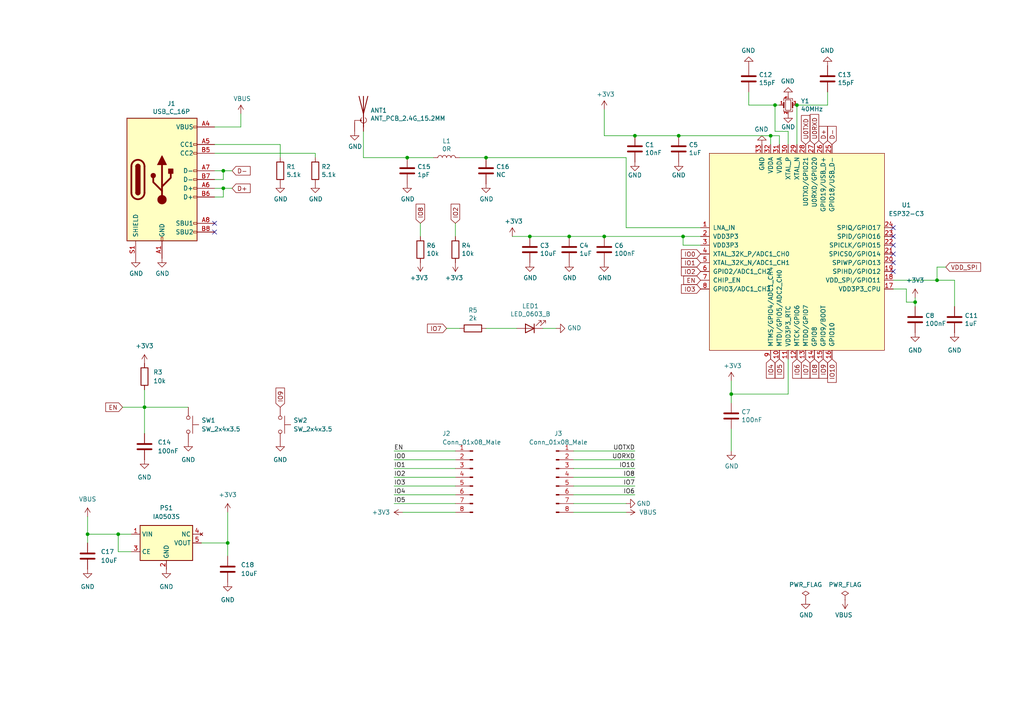
<source format=kicad_sch>
(kicad_sch (version 20211123) (generator eeschema)
  (paper "A4")
  (lib_symbols
    (symbol "Connector:Conn_01x08_Male" (pin_names (offset 1.016) hide)
      (property "Reference" "J" (at 0 10.16 0))
      (property "Value" "Conn_01x08_Male" (at 0 -12.7 0))
      (symbol "Conn_01x08_Male_1_1"
        (polyline (pts (xy 1.27 -10.16) (xy 0.8636 -10.16)) (stroke (width 0.1524)))
        (polyline (pts (xy 1.27 -7.62) (xy 0.8636 -7.62)) (stroke (width 0.1524)))
        (polyline (pts (xy 1.27 -5.08) (xy 0.8636 -5.08)) (stroke (width 0.1524)))
        (polyline (pts (xy 1.27 -2.54) (xy 0.8636 -2.54)) (stroke (width 0.1524)))
        (polyline (pts (xy 1.27 0) (xy 0.8636 0)) (stroke (width 0.1524)))
        (polyline (pts (xy 1.27 2.54) (xy 0.8636 2.54)) (stroke (width 0.1524)))
        (polyline (pts (xy 1.27 5.08) (xy 0.8636 5.08)) (stroke (width 0.1524)))
        (polyline (pts (xy 1.27 7.62) (xy 0.8636 7.62)) (stroke (width 0.1524)))
        (rectangle (start 0.8636 -10.033) (end 0 -10.287) (stroke (width 0.1524)) (fill (type outline)))
        (rectangle (start 0.8636 -7.493) (end 0 -7.747) (stroke (width 0.1524)) (fill (type outline)))
        (rectangle (start 0.8636 -4.953) (end 0 -5.207) (stroke (width 0.1524)) (fill (type outline)))
        (rectangle (start 0.8636 -2.413) (end 0 -2.667) (stroke (width 0.1524)) (fill (type outline)))
        (rectangle (start 0.8636 0.127) (end 0 -0.127) (stroke (width 0.1524)) (fill (type outline)))
        (rectangle (start 0.8636 2.667) (end 0 2.413) (stroke (width 0.1524)) (fill (type outline)))
        (rectangle (start 0.8636 5.207) (end 0 4.953) (stroke (width 0.1524)) (fill (type outline)))
        (rectangle (start 0.8636 7.747) (end 0 7.493) (stroke (width 0.1524)) (fill (type outline)))
        (pin passive line (at 5.08 7.62 180) (length 3.81) (name "Pin_1") (number "1"))
        (pin passive line (at 5.08 5.08 180) (length 3.81) (name "Pin_2") (number "2"))
        (pin passive line (at 5.08 2.54 180) (length 3.81) (name "Pin_3") (number "3"))
        (pin passive line (at 5.08 0 180) (length 3.81) (name "Pin_4") (number "4"))
        (pin passive line (at 5.08 -2.54 180) (length 3.81) (name "Pin_5") (number "5"))
        (pin passive line (at 5.08 -5.08 180) (length 3.81) (name "Pin_6") (number "6"))
        (pin passive line (at 5.08 -7.62 180) (length 3.81) (name "Pin_7") (number "7"))
        (pin passive line (at 5.08 -10.16 180) (length 3.81) (name "Pin_8") (number "8"))
      )
    )
    (symbol "Connector:USB_C_Receptacle_USB2.0" (pin_names (offset 1.016))
      (property "Reference" "J" (at -10.16 19.05 0))
      (property "Value" "USB_C_Receptacle_USB2.0" (at 19.05 19.05 0))
      (symbol "USB_C_Receptacle_USB2.0_0_0"
        (rectangle (start -0.254 -17.78) (end 0.254 -16.764))
        (rectangle (start 10.16 -14.986) (end 9.144 -15.494))
        (rectangle (start 10.16 -12.446) (end 9.144 -12.954))
        (rectangle (start 10.16 -4.826) (end 9.144 -5.334))
        (rectangle (start 10.16 -2.286) (end 9.144 -2.794))
        (rectangle (start 10.16 0.254) (end 9.144 -0.254))
        (rectangle (start 10.16 2.794) (end 9.144 2.286))
        (rectangle (start 10.16 7.874) (end 9.144 7.366))
        (rectangle (start 10.16 10.414) (end 9.144 9.906))
        (rectangle (start 10.16 15.494) (end 9.144 14.986))
      )
      (symbol "USB_C_Receptacle_USB2.0_0_1"
        (rectangle (start -10.16 17.78) (end 10.16 -17.78) (stroke (width 0.254)) (fill (type background)))
        (arc (start -8.89 -3.81) (mid -6.985 -5.715) (end -5.08 -3.81) (stroke (width 0.508)))
        (arc (start -7.62 -3.81) (mid -6.985 -4.445) (end -6.35 -3.81) (stroke (width 0.254)))
        (arc (start -7.62 -3.81) (mid -6.985 -4.445) (end -6.35 -3.81) (stroke (width 0.254)) (fill (type outline)))
        (rectangle (start -7.62 -3.81) (end -6.35 3.81) (stroke (width 0.254)) (fill (type outline)))
        (arc (start -6.35 3.81) (mid -6.985 4.445) (end -7.62 3.81) (stroke (width 0.254)))
        (arc (start -6.35 3.81) (mid -6.985 4.445) (end -7.62 3.81) (stroke (width 0.254)) (fill (type outline)))
        (arc (start -5.08 3.81) (mid -6.985 5.715) (end -8.89 3.81) (stroke (width 0.508)))
        (circle (center -2.54 1.143) (radius 0.635) (stroke (width 0.254)) (fill (type outline)))
        (circle (center 0 -5.842) (radius 1.27) (fill (type outline)))
        (polyline (pts (xy -8.89 -3.81) (xy -8.89 3.81)) (stroke (width 0.508)))
        (polyline (pts (xy -5.08 3.81) (xy -5.08 -3.81)) (stroke (width 0.508)))
        (polyline (pts (xy 0 -5.842) (xy 0 4.318)) (stroke (width 0.508)))
        (polyline (pts (xy 0 -3.302) (xy -2.54 -0.762) (xy -2.54 0.508)) (stroke (width 0.508)))
        (polyline (pts (xy 0 -2.032) (xy 2.54 0.508) (xy 2.54 1.778)) (stroke (width 0.508)))
        (polyline (pts (xy -1.27 4.318) (xy 0 6.858) (xy 1.27 4.318) (xy -1.27 4.318)) (stroke (width 0.254)) (fill (type outline)))
        (rectangle (start 1.905 1.778) (end 3.175 3.048) (stroke (width 0.254)) (fill (type outline)))
      )
      (symbol "USB_C_Receptacle_USB2.0_1_1"
        (pin passive line (at 0 -22.86 90) (length 5.08) (name "GND") (number "A1"))
        (pin passive line (at 0 -22.86 90) (length 5.08) hide (name "GND") (number "A12"))
        (pin passive line (at 15.24 15.24 180) (length 5.08) (name "VBUS") (number "A4"))
        (pin bidirectional line (at 15.24 10.16 180) (length 5.08) (name "CC1") (number "A5"))
        (pin bidirectional line (at 15.24 -2.54 180) (length 5.08) (name "D+") (number "A6"))
        (pin bidirectional line (at 15.24 2.54 180) (length 5.08) (name "D-") (number "A7"))
        (pin bidirectional line (at 15.24 -12.7 180) (length 5.08) (name "SBU1") (number "A8"))
        (pin passive line (at 15.24 15.24 180) (length 5.08) hide (name "VBUS") (number "A9"))
        (pin passive line (at 0 -22.86 90) (length 5.08) hide (name "GND") (number "B1"))
        (pin passive line (at 0 -22.86 90) (length 5.08) hide (name "GND") (number "B12"))
        (pin passive line (at 15.24 15.24 180) (length 5.08) hide (name "VBUS") (number "B4"))
        (pin bidirectional line (at 15.24 7.62 180) (length 5.08) (name "CC2") (number "B5"))
        (pin bidirectional line (at 15.24 -5.08 180) (length 5.08) (name "D+") (number "B6"))
        (pin bidirectional line (at 15.24 0 180) (length 5.08) (name "D-") (number "B7"))
        (pin bidirectional line (at 15.24 -15.24 180) (length 5.08) (name "SBU2") (number "B8"))
        (pin passive line (at 15.24 15.24 180) (length 5.08) hide (name "VBUS") (number "B9"))
        (pin passive line (at -7.62 -22.86 90) (length 5.08) (name "SHIELD") (number "S1"))
      )
    )
    (symbol "Converter_DCDC:IA0503S"
      (property "Reference" "PS?" (at 0 10.16 0))
      (property "Value" "IA0503S" (at 0 7.62 0))
      (symbol "IA0503S_0_0"
        (pin power_in line (at -10.16 2.54 0) (length 2.54) (name "VIN") (number "1"))
        (pin power_in line (at 0 -7.62 90) (length 2.54) (name "GND") (number "2"))
        (pin power_in line (at -10.16 -2.54 0) (length 2.54) (name "CE") (number "3"))
        (pin no_connect line (at 10.16 2.54 180) (length 2.54) (name "NC") (number "4"))
        (pin power_out line (at 10.16 0 180) (length 2.54) (name "VOUT") (number "5"))
      )
      (symbol "IA0503S_0_1"
        (rectangle (start -7.62 5.08) (end 7.62 -5.08) (stroke (width 0.254)) (fill (type background)))
      )
    )
    (symbol "Device:Antenna_Shield" (pin_numbers hide) (pin_names (offset 1.016) hide)
      (property "Reference" "AE" (at -1.905 4.445 0))
      (property "Value" "Antenna_Shield" (at -1.905 2.54 0))
      (symbol "Antenna_Shield_0_1"
        (arc (start -0.508 -1.143) (mid -0.8429 -2.1194) (end 0 -2.667))
        (arc (start 0 -2.667) (mid 0.7989 -2.1052) (end 0.508 -1.143))
        (polyline (pts (xy 0 -2.54) (xy 0 0)))
        (polyline (pts (xy 0 5.08) (xy 0 -3.81)) (stroke (width 0.254)))
        (polyline (pts (xy 0.762 -1.905) (xy 2.54 -1.905)))
        (polyline (pts (xy 2.54 -2.54) (xy 2.54 -1.905)))
        (polyline (pts (xy 1.27 5.08) (xy 0 0) (xy -1.27 5.08)) (stroke (width 0.254)))
        (circle (center 0.762 -1.905) (radius 0.1778) (fill (type outline)))
      )
      (symbol "Antenna_Shield_1_1"
        (pin input line (at 0 -5.08 90) (length 2.54) (name "A") (number "1"))
        (pin input line (at 2.54 -5.08 90) (length 2.54) (name "Shield") (number "2"))
      )
    )
    (symbol "Device:C" (pin_numbers hide) (pin_names (offset 0.254))
      (property "Reference" "C" (at 0.635 2.54 0))
      (property "Value" "C" (at 0.635 -2.54 0))
      (symbol "C_0_1"
        (polyline (pts (xy -2.032 -0.762) (xy 2.032 -0.762)) (stroke (width 0.508)))
        (polyline (pts (xy -2.032 0.762) (xy 2.032 0.762)) (stroke (width 0.508)))
      )
      (symbol "C_1_1"
        (pin passive line (at 0 3.81 270) (length 2.794) (name "~") (number "1"))
        (pin passive line (at 0 -3.81 90) (length 2.794) (name "~") (number "2"))
      )
    )
    (symbol "Device:Crystal_GND24_Small" (pin_names (offset 1.016) hide)
      (property "Reference" "Y" (at 1.27 4.445 0))
      (property "Value" "Crystal_GND24_Small" (at 1.27 2.54 0))
      (symbol "Crystal_GND24_Small_0_1"
        (rectangle (start -0.762 -1.524) (end 0.762 1.524))
        (polyline (pts (xy -1.27 -0.762) (xy -1.27 0.762)) (stroke (width 0.381)))
        (polyline (pts (xy 1.27 -0.762) (xy 1.27 0.762)) (stroke (width 0.381)))
        (polyline (pts (xy -1.27 -1.27) (xy -1.27 -1.905) (xy 1.27 -1.905) (xy 1.27 -1.27)))
        (polyline (pts (xy -1.27 1.27) (xy -1.27 1.905) (xy 1.27 1.905) (xy 1.27 1.27)))
      )
      (symbol "Crystal_GND24_Small_1_1"
        (pin passive line (at -2.54 0 0) (length 1.27) (name "1") (number "1"))
        (pin passive line (at 0 -2.54 90) (length 0.635) (name "2") (number "2"))
        (pin passive line (at 2.54 0 180) (length 1.27) (name "3") (number "3"))
        (pin passive line (at 0 2.54 270) (length 0.635) (name "4") (number "4"))
      )
    )
    (symbol "Device:L" (pin_numbers hide) (pin_names (offset 1.016) hide)
      (property "Reference" "L" (at -1.27 0 90))
      (property "Value" "L" (at 1.905 0 90))
      (symbol "L_0_1"
        (arc (start 0 -2.54) (mid 0.635 -1.905) (end 0 -1.27))
        (arc (start 0 -1.27) (mid 0.635 -0.635) (end 0 0))
        (arc (start 0 0) (mid 0.635 0.635) (end 0 1.27))
        (arc (start 0 1.27) (mid 0.635 1.905) (end 0 2.54))
      )
      (symbol "L_1_1"
        (pin passive line (at 0 3.81 270) (length 1.27) (name "1") (number "1"))
        (pin passive line (at 0 -3.81 90) (length 1.27) (name "2") (number "2"))
      )
    )
    (symbol "Device:LED" (pin_numbers hide) (pin_names (offset 1.016) hide)
      (property "Reference" "D" (at 0 2.54 0))
      (property "Value" "LED" (at 0 -2.54 0))
      (symbol "LED_0_1"
        (polyline (pts (xy -1.27 -1.27) (xy -1.27 1.27)) (stroke (width 0.254)))
        (polyline (pts (xy -1.27 0) (xy 1.27 0)))
        (polyline (pts (xy 1.27 -1.27) (xy 1.27 1.27) (xy -1.27 0) (xy 1.27 -1.27)) (stroke (width 0.254)))
        (polyline (pts (xy -3.048 -0.762) (xy -4.572 -2.286) (xy -3.81 -2.286) (xy -4.572 -2.286) (xy -4.572 -1.524)))
        (polyline (pts (xy -1.778 -0.762) (xy -3.302 -2.286) (xy -2.54 -2.286) (xy -3.302 -2.286) (xy -3.302 -1.524)))
      )
      (symbol "LED_1_1"
        (pin passive line (at -3.81 0 0) (length 2.54) (name "K") (number "1"))
        (pin passive line (at 3.81 0 180) (length 2.54) (name "A") (number "2"))
      )
    )
    (symbol "Device:R" (pin_numbers hide) (pin_names (offset 0))
      (property "Reference" "R" (at 2.032 0 90))
      (property "Value" "R" (at 0 0 90))
      (symbol "R_0_1"
        (rectangle (start -1.016 -2.54) (end 1.016 2.54) (stroke (width 0.254)))
      )
      (symbol "R_1_1"
        (pin passive line (at 0 3.81 270) (length 1.27) (name "~") (number "1"))
        (pin passive line (at 0 -3.81 90) (length 1.27) (name "~") (number "2"))
      )
    )
    (symbol "Espressif:ESP32-C3" (pin_names (offset 1.016))
      (property "Reference" "U?" (at -22.86 31.75 0))
      (property "Value" "ESP32-C3" (at 24.13 -27.94 0))
      (symbol "ESP32-C3_0_0"
        (pin bidirectional line (at -27.94 8.89 0) (length 2.54) (name "LNA_IN") (number "1"))
        (pin bidirectional line (at -5.08 -29.21 90) (length 2.54) (name "MTDI/GPIO5/ADC2_CH0") (number "10"))
        (pin power_in line (at -2.54 -29.21 90) (length 2.54) (name "VDD3P3_RTC") (number "11"))
        (pin bidirectional line (at 0 -29.21 90) (length 2.54) (name "MTCK/GPIO6") (number "12"))
        (pin bidirectional line (at 2.54 -29.21 90) (length 2.54) (name "MTDO/GPIO7") (number "13"))
        (pin bidirectional line (at 5.08 -29.21 90) (length 2.54) (name "GPIO8") (number "14"))
        (pin bidirectional line (at 7.62 -29.21 90) (length 2.54) (name "GPIO9/BOOT") (number "15"))
        (pin bidirectional line (at 10.16 -29.21 90) (length 2.54) (name "GPIO10") (number "16"))
        (pin power_in line (at 27.94 -8.89 180) (length 2.54) (name "VDD3P3_CPU") (number "17"))
        (pin bidirectional line (at 27.94 -6.35 180) (length 2.54) (name "VDD_SPI/GPIO11") (number "18"))
        (pin bidirectional line (at 27.94 -3.81 180) (length 2.54) (name "SPIHD/GPIO12") (number "19"))
        (pin power_in line (at -27.94 6.35 0) (length 2.54) (name "VDD3P3") (number "2"))
        (pin bidirectional line (at 27.94 -1.27 180) (length 2.54) (name "SPIWP/GPIO13") (number "20"))
        (pin bidirectional line (at 27.94 1.27 180) (length 2.54) (name "SPICS0/GPIO14") (number "21"))
        (pin bidirectional line (at 27.94 3.81 180) (length 2.54) (name "SPICLK/GPIO15") (number "22"))
        (pin bidirectional line (at 27.94 6.35 180) (length 2.54) (name "SPID/GPIO16") (number "23"))
        (pin bidirectional line (at 27.94 8.89 180) (length 2.54) (name "SPIQ/GPIO17") (number "24"))
        (pin bidirectional line (at 10.16 33.02 270) (length 2.54) (name "GPIO18/USB_D-") (number "25"))
        (pin bidirectional line (at 7.62 33.02 270) (length 2.54) (name "GPIO19/USB_D+") (number "26"))
        (pin bidirectional line (at 5.08 33.02 270) (length 2.54) (name "U0RXD/GPIO20") (number "27"))
        (pin bidirectional line (at 2.54 33.02 270) (length 2.54) (name "U0TXD/GPIO21") (number "28"))
        (pin output line (at 0 33.02 270) (length 2.54) (name "XTAL_N") (number "29"))
        (pin power_in line (at -27.94 3.81 0) (length 2.54) (name "VDD3P3") (number "3"))
        (pin input line (at -2.54 33.02 270) (length 2.54) (name "XTAL_P") (number "30"))
        (pin power_in line (at -5.08 33.02 270) (length 2.54) (name "VDDA") (number "31"))
        (pin power_in line (at -7.62 33.02 270) (length 2.54) (name "VDDA") (number "32"))
        (pin power_in line (at -10.16 33.02 270) (length 2.54) (name "GND") (number "33"))
        (pin output line (at -27.94 1.27 0) (length 2.54) (name "XTAL_32K_P/ADC1_CH0") (number "4"))
        (pin input line (at -27.94 -1.27 0) (length 2.54) (name "XTAL_32K_N/ADC1_CH1") (number "5"))
        (pin bidirectional line (at -27.94 -3.81 0) (length 2.54) (name "GPIO2/ADC1_CH2") (number "6"))
        (pin input line (at -27.94 -6.35 0) (length 2.54) (name "CHIP_EN") (number "7"))
        (pin bidirectional line (at -27.94 -8.89 0) (length 2.54) (name "GPIO3/ADC1_CH3") (number "8"))
        (pin bidirectional line (at -7.62 -29.21 90) (length 2.54) (name "MTMS/GPIO4/ADC1_CH4") (number "9"))
      )
      (symbol "ESP32-C3_0_1"
        (rectangle (start -25.4 30.48) (end 25.4 -26.67) (fill (type background)))
      )
    )
    (symbol "Switch:SW_Push" (pin_numbers hide) (pin_names (offset 1.016) hide)
      (property "Reference" "SW" (at 1.27 2.54 0))
      (property "Value" "SW_Push" (at 0 -1.524 0))
      (symbol "SW_Push_0_1"
        (circle (center -2.032 0) (radius 0.508))
        (polyline (pts (xy 0 1.27) (xy 0 3.048)))
        (polyline (pts (xy 2.54 1.27) (xy -2.54 1.27)))
        (circle (center 2.032 0) (radius 0.508))
        (pin passive line (at -5.08 0 0) (length 2.54) (name "1") (number "1"))
        (pin passive line (at 5.08 0 180) (length 2.54) (name "2") (number "2"))
      )
    )
    (symbol "power:+3V3" (power) (pin_names (offset 0))
      (property "Value" "+3V3" (at 0 3.556 0))
      (symbol "+3V3_0_1"
        (polyline (pts (xy -0.762 1.27) (xy 0 2.54)))
        (polyline (pts (xy 0 0) (xy 0 2.54)))
        (polyline (pts (xy 0 2.54) (xy 0.762 1.27)))
      )
      (symbol "+3V3_1_1"
        (pin power_in line (at 0 0 90) (length 0) hide (name "+3V3") (number "1"))
      )
    )
    (symbol "power:GND" (power) (pin_names (offset 0))
      (property "Value" "GND" (at 0 -3.81 0))
      (symbol "GND_0_1"
        (polyline (pts (xy 0 0) (xy 0 -1.27) (xy 1.27 -1.27) (xy 0 -2.54) (xy -1.27 -1.27) (xy 0 -1.27)))
      )
      (symbol "GND_1_1"
        (pin power_in line (at 0 0 270) (length 0) hide (name "GND") (number "1"))
      )
    )
    (symbol "power:PWR_FLAG" (power) (pin_numbers hide) (pin_names (offset 0) hide)
      (property "Value" "PWR_FLAG" (at 0 3.81 0))
      (symbol "PWR_FLAG_0_0"
        (pin power_out line (at 0 0 90) (length 0) (name "pwr") (number "1"))
      )
      (symbol "PWR_FLAG_0_1"
        (polyline (pts (xy 0 0) (xy 0 1.27) (xy -1.016 1.905) (xy 0 2.54) (xy 1.016 1.905) (xy 0 1.27)))
      )
    )
    (symbol "power:VBUS" (power) (pin_names (offset 0))
      (property "Value" "VBUS" (at 0 3.81 0))
      (symbol "VBUS_0_1"
        (polyline (pts (xy -0.762 1.27) (xy 0 2.54)))
        (polyline (pts (xy 0 0) (xy 0 2.54)))
        (polyline (pts (xy 0 2.54) (xy 0.762 1.27)))
      )
      (symbol "VBUS_1_1"
        (pin power_in line (at 0 0 90) (length 0) hide (name "VBUS") (number "1"))
      )
    )
  )
  (junction (at 34.29 154.94))
  (junction (at 25.4 154.94))
  (junction (at 64.77 49.53))
  (junction (at 184.15 39.37))
  (junction (at 224.79 30.48))
  (junction (at 265.43 87.63))
  (junction (at 196.85 39.37))
  (junction (at 140.97 45.72))
  (junction (at 153.67 68.58))
  (junction (at 165.1 68.58))
  (junction (at 231.14 30.48))
  (junction (at 223.52 39.37))
  (junction (at 212.09 114.3))
  (junction (at 118.11 45.72))
  (junction (at 175.26 68.58))
  (junction (at 198.12 68.58))
  (junction (at 41.91 118.11))
  (junction (at 64.77 54.61))
  (junction (at 66.04 157.48))
  (junction (at 271.78 81.28))
  (no_connect (at 259.08 68.58))
  (no_connect (at 259.08 71.12))
  (no_connect (at 259.08 73.66))
  (no_connect (at 259.08 76.2))
  (no_connect (at 259.08 78.74))
  (no_connect (at 259.08 66.04))
  (no_connect (at 62.23 67.31))
  (no_connect (at 62.23 64.77))
  (wire (pts (xy 196.85 39.37) (xy 184.15 39.37)))
  (wire (pts (xy 133.35 95.25) (xy 129.54 95.25)))
  (wire (pts (xy 231.14 30.48) (xy 240.03 30.48)))
  (wire (pts (xy 114.3 140.97) (xy 132.08 140.97)))
  (wire (pts (xy 226.06 41.91) (xy 226.06 39.37)))
  (wire (pts (xy 35.56 118.11) (xy 41.91 118.11)))
  (wire (pts (xy 228.6 104.14) (xy 228.6 114.3)))
  (wire (pts (xy 62.23 36.83) (xy 69.85 36.83)))
  (wire (pts (xy 34.29 160.02) (xy 34.29 154.94)))
  (wire (pts (xy 64.77 57.15) (xy 64.77 54.61)))
  (wire (pts (xy 228.6 114.3) (xy 212.09 114.3)))
  (wire (pts (xy 262.89 83.82) (xy 262.89 87.63)))
  (wire (pts (xy 175.26 68.58) (xy 198.12 68.58)))
  (wire (pts (xy 157.48 95.25) (xy 161.29 95.25)))
  (wire (pts (xy 198.12 71.12) (xy 198.12 68.58)))
  (wire (pts (xy 240.03 30.48) (xy 240.03 26.67)))
  (wire (pts (xy 166.37 140.97) (xy 184.15 140.97)))
  (wire (pts (xy 181.61 146.05) (xy 166.37 146.05)))
  (wire (pts (xy 166.37 135.89) (xy 184.15 135.89)))
  (wire (pts (xy 181.61 66.04) (xy 203.2 66.04)))
  (wire (pts (xy 231.14 30.48) (xy 231.14 41.91)))
  (wire (pts (xy 228.6 38.1) (xy 224.79 38.1)))
  (wire (pts (xy 212.09 124.46) (xy 212.09 130.81)))
  (wire (pts (xy 196.85 39.37) (xy 223.52 39.37)))
  (wire (pts (xy 105.41 45.72) (xy 118.11 45.72)))
  (wire (pts (xy 64.77 49.53) (xy 62.23 49.53)))
  (wire (pts (xy 265.43 86.36) (xy 265.43 87.63)))
  (wire (pts (xy 224.79 30.48) (xy 217.17 30.48)))
  (wire (pts (xy 224.79 38.1) (xy 224.79 30.48)))
  (wire (pts (xy 276.86 81.28) (xy 276.86 88.9)))
  (wire (pts (xy 69.85 36.83) (xy 69.85 33.02)))
  (wire (pts (xy 114.3 146.05) (xy 132.08 146.05)))
  (wire (pts (xy 165.1 68.58) (xy 175.26 68.58)))
  (wire (pts (xy 181.61 148.59) (xy 166.37 148.59)))
  (wire (pts (xy 114.3 143.51) (xy 132.08 143.51)))
  (wire (pts (xy 166.37 130.81) (xy 184.15 130.81)))
  (wire (pts (xy 67.31 49.53) (xy 64.77 49.53)))
  (wire (pts (xy 198.12 68.58) (xy 203.2 68.58)))
  (wire (pts (xy 41.91 118.11) (xy 41.91 125.73)))
  (wire (pts (xy 118.11 45.72) (xy 125.73 45.72)))
  (wire (pts (xy 62.23 52.07) (xy 64.77 52.07)))
  (wire (pts (xy 175.26 39.37) (xy 184.15 39.37)))
  (wire (pts (xy 140.97 45.72) (xy 181.61 45.72)))
  (wire (pts (xy 91.44 44.45) (xy 91.44 45.72)))
  (wire (pts (xy 25.4 154.94) (xy 25.4 157.48)))
  (wire (pts (xy 38.1 160.02) (xy 34.29 160.02)))
  (wire (pts (xy 25.4 154.94) (xy 34.29 154.94)))
  (wire (pts (xy 62.23 41.91) (xy 81.28 41.91)))
  (wire (pts (xy 271.78 81.28) (xy 276.86 81.28)))
  (wire (pts (xy 181.61 45.72) (xy 181.61 66.04)))
  (wire (pts (xy 259.08 81.28) (xy 271.78 81.28)))
  (wire (pts (xy 114.3 133.35) (xy 132.08 133.35)))
  (wire (pts (xy 265.43 87.63) (xy 265.43 88.9)))
  (wire (pts (xy 105.41 38.1) (xy 105.41 45.72)))
  (wire (pts (xy 274.32 77.47) (xy 271.78 77.47)))
  (wire (pts (xy 66.04 148.59) (xy 66.04 157.48)))
  (wire (pts (xy 271.78 77.47) (xy 271.78 81.28)))
  (wire (pts (xy 226.06 30.48) (xy 224.79 30.48)))
  (wire (pts (xy 41.91 118.11) (xy 54.61 118.11)))
  (wire (pts (xy 223.52 39.37) (xy 223.52 41.91)))
  (wire (pts (xy 132.08 64.77) (xy 132.08 68.58)))
  (wire (pts (xy 62.23 57.15) (xy 64.77 57.15)))
  (wire (pts (xy 259.08 83.82) (xy 262.89 83.82)))
  (wire (pts (xy 175.26 31.75) (xy 175.26 39.37)))
  (wire (pts (xy 166.37 143.51) (xy 184.15 143.51)))
  (wire (pts (xy 62.23 44.45) (xy 91.44 44.45)))
  (wire (pts (xy 121.92 64.77) (xy 121.92 68.58)))
  (wire (pts (xy 166.37 133.35) (xy 184.15 133.35)))
  (wire (pts (xy 212.09 110.49) (xy 212.09 114.3)))
  (wire (pts (xy 34.29 154.94) (xy 38.1 154.94)))
  (wire (pts (xy 148.59 68.58) (xy 153.67 68.58)))
  (wire (pts (xy 81.28 41.91) (xy 81.28 45.72)))
  (wire (pts (xy 67.31 54.61) (xy 64.77 54.61)))
  (wire (pts (xy 262.89 87.63) (xy 265.43 87.63)))
  (wire (pts (xy 217.17 30.48) (xy 217.17 26.67)))
  (wire (pts (xy 66.04 157.48) (xy 66.04 161.29)))
  (wire (pts (xy 58.42 157.48) (xy 66.04 157.48)))
  (wire (pts (xy 212.09 114.3) (xy 212.09 116.84)))
  (wire (pts (xy 223.52 39.37) (xy 226.06 39.37)))
  (wire (pts (xy 64.77 52.07) (xy 64.77 49.53)))
  (wire (pts (xy 114.3 130.81) (xy 132.08 130.81)))
  (wire (pts (xy 140.97 45.72) (xy 133.35 45.72)))
  (wire (pts (xy 64.77 54.61) (xy 62.23 54.61)))
  (wire (pts (xy 228.6 41.91) (xy 228.6 38.1)))
  (wire (pts (xy 116.84 148.59) (xy 132.08 148.59)))
  (wire (pts (xy 165.1 68.58) (xy 153.67 68.58)))
  (wire (pts (xy 203.2 71.12) (xy 198.12 71.12)))
  (wire (pts (xy 25.4 149.86) (xy 25.4 154.94)))
  (wire (pts (xy 166.37 138.43) (xy 184.15 138.43)))
  (wire (pts (xy 114.3 135.89) (xy 132.08 135.89)))
  (wire (pts (xy 149.86 95.25) (xy 140.97 95.25)))
  (wire (pts (xy 41.91 113.03) (xy 41.91 118.11)))
  (wire (pts (xy 114.3 138.43) (xy 132.08 138.43)))
  (label "EN" (at 114.3 130.81 0))
  (label "UOTXD" (at 184.15 130.81 180))
  (label "IO5" (at 114.3 146.05 0))
  (label "IO8" (at 184.15 138.43 180))
  (label "IO1" (at 114.3 135.89 0))
  (label "IO6" (at 184.15 143.51 180))
  (label "IO3" (at 114.3 140.97 0))
  (label "IO2" (at 114.3 138.43 0))
  (label "IO4" (at 114.3 143.51 0))
  (label "IO10" (at 184.15 135.89 180))
  (label "UORXD" (at 184.15 133.35 180))
  (label "IO7" (at 184.15 140.97 180))
  (label "IO0" (at 114.3 133.35 0))
  (global_label "U0RXD" (shape input) (at 236.22 41.91 90) (property "Intersheet References" "${INTERSHEET_REFS}" (effects hide)))
  (global_label "IO5" (shape input) (at 226.06 104.14 270) (property "Intersheet References" "${INTERSHEET_REFS}" (effects hide)))
  (global_label "IO6" (shape input) (at 231.14 104.14 270) (property "Intersheet References" "${INTERSHEET_REFS}" (effects hide)))
  (global_label "D+" (shape input) (at 67.31 54.61 0) (property "Intersheet References" "${INTERSHEET_REFS}" (effects hide)))
  (global_label "IO10" (shape input) (at 241.3 104.14 270) (property "Intersheet References" "${INTERSHEET_REFS}" (effects hide)))
  (global_label "IO9" (shape input) (at 81.28 118.11 90) (property "Intersheet References" "${INTERSHEET_REFS}" (effects hide)))
  (global_label "IO7" (shape input) (at 233.68 104.14 270) (property "Intersheet References" "${INTERSHEET_REFS}" (effects hide)))
  (global_label "IO1" (shape input) (at 203.2 76.2 180) (property "Intersheet References" "${INTERSHEET_REFS}" (effects hide)))
  (global_label "IO2" (shape input) (at 132.08 64.77 90) (property "Intersheet References" "${INTERSHEET_REFS}" (effects hide)))
  (global_label "IO0" (shape input) (at 203.2 73.66 180) (property "Intersheet References" "${INTERSHEET_REFS}" (effects hide)))
  (global_label "D-" (shape input) (at 67.31 49.53 0) (property "Intersheet References" "${INTERSHEET_REFS}" (effects hide)))
  (global_label "U0TXD" (shape input) (at 233.68 41.91 90) (property "Intersheet References" "${INTERSHEET_REFS}" (effects hide)))
  (global_label "D-" (shape input) (at 241.3 41.91 90) (property "Intersheet References" "${INTERSHEET_REFS}" (effects hide)))
  (global_label "VDD_SPI" (shape input) (at 274.32 77.47 0) (property "Intersheet References" "${INTERSHEET_REFS}" (effects hide)))
  (global_label "IO2" (shape input) (at 203.2 78.74 180) (property "Intersheet References" "${INTERSHEET_REFS}" (effects hide)))
  (global_label "IO3" (shape input) (at 203.2 83.82 180) (property "Intersheet References" "${INTERSHEET_REFS}" (effects hide)))
  (global_label "IO7" (shape input) (at 129.54 95.25 180) (property "Intersheet References" "${INTERSHEET_REFS}" (effects hide)))
  (global_label "IO8" (shape input) (at 236.22 104.14 270) (property "Intersheet References" "${INTERSHEET_REFS}" (effects hide)))
  (global_label "IO9" (shape input) (at 238.76 104.14 270) (property "Intersheet References" "${INTERSHEET_REFS}" (effects hide)))
  (global_label "EN" (shape input) (at 203.2 81.28 180) (property "Intersheet References" "${INTERSHEET_REFS}" (effects hide)))
  (global_label "D+" (shape input) (at 238.76 41.91 90) (property "Intersheet References" "${INTERSHEET_REFS}" (effects hide)))
  (global_label "EN" (shape input) (at 35.56 118.11 180) (property "Intersheet References" "${INTERSHEET_REFS}" (effects hide)))
  (global_label "IO8" (shape input) (at 121.92 64.77 90) (property "Intersheet References" "${INTERSHEET_REFS}" (effects hide)))
  (global_label "IO4" (shape input) (at 223.52 104.14 270) (property "Intersheet References" "${INTERSHEET_REFS}" (effects hide)))
  (symbol (lib_id "Connector:USB_C_Receptacle_USB2.0") (at 46.99 52.07 0) (unit 1)
    (property "Reference" "J1" (at 49.7078 30.0482 0))
    (property "Value" "USB_C_16P" (at 49.7078 32.3596 0))
    (property "Footprint" "Connector_USB:USB_C_Receptacle_Palconn_UTC16-G" (effects hide))
    (property "Datasheet" "https://www.usb.org/sites/default/files/documents/usb_type-c.zip" (effects hide))
    (property "Code" "C2760486" (effects hide))
  )
  (symbol (lib_id "Device:R") (at 81.28 49.53 0) (unit 1)
    (property "Reference" "R1" (at 83.058 48.3616 0) (effects (justify left)))
    (property "Value" "5.1k" (at 83.058 50.673 0) (effects (justify left)))
    (property "Footprint" "Resistor_SMD:R_0402_1005Metric" (effects hide))
    (property "Code" "C25905" (effects hide))
  )
  (symbol (lib_id "Device:R") (at 91.44 49.53 0) (unit 1)
    (property "Reference" "R2" (at 93.218 48.3616 0) (effects (justify left)))
    (property "Value" "5.1k" (at 93.218 50.673 0) (effects (justify left)))
    (property "Footprint" "Resistor_SMD:R_0402_1005Metric" (effects hide))
    (property "Code" "C25905" (effects hide))
  )
  (symbol (lib_id "power:GND") (at 81.28 53.34 0) (unit 1)
    (property "Reference" "#PWR0126" (effects hide))
    (property "Value" "GND" (at 81.407 57.7342 0))
  )
  (symbol (lib_id "power:VBUS") (at 69.85 33.02 0) (unit 1)
    (property "Reference" "#PWR0128" (effects hide))
    (property "Value" "VBUS" (at 70.231 28.6258 0))
  )
  (symbol (lib_id "power:GND") (at 91.44 53.34 0) (unit 1)
    (property "Reference" "#PWR0127" (effects hide))
    (property "Value" "GND" (at 91.567 57.7342 0))
  )
  (symbol (lib_id "power:GND") (at 39.37 74.93 0) (unit 1)
    (property "Reference" "#PWR0124" (effects hide))
    (property "Value" "GND" (at 39.497 79.3242 0))
  )
  (symbol (lib_id "power:GND") (at 46.99 74.93 0) (unit 1)
    (property "Reference" "#PWR0123" (effects hide))
    (property "Value" "GND" (at 47.117 79.3242 0))
  )
  (symbol (lib_id "Device:R") (at 121.92 72.39 0) (unit 1)
    (property "Reference" "R6" (at 123.698 71.2216 0) (effects (justify left)))
    (property "Value" "10k" (at 123.698 73.533 0) (effects (justify left)))
    (property "Footprint" "Resistor_SMD:R_0402_1005Metric" (effects hide))
    (property "Code" "C25744" (effects hide))
  )
  (symbol (lib_id "Device:R") (at 132.08 72.39 0) (unit 1)
    (property "Reference" "R4" (at 133.858 71.2216 0) (effects (justify left)))
    (property "Value" "10k" (at 133.858 73.533 0) (effects (justify left)))
    (property "Footprint" "Resistor_SMD:R_0402_1005Metric" (effects hide))
    (property "Code" "C25744" (effects hide))
  )
  (symbol (lib_id "power:+3V3") (at 132.08 76.2 180) (unit 1)
    (property "Reference" "#PWR0121" (effects hide))
    (property "Value" "+3V3" (at 131.699 80.5942 0))
  )
  (symbol (lib_id "power:+3V3") (at 121.92 76.2 180) (unit 1)
    (property "Reference" "#PWR0120" (effects hide))
    (property "Value" "+3V3" (at 121.539 80.5942 0))
  )
  (symbol (lib_id "Device:C") (at 118.11 49.53 0) (unit 1)
    (property "Reference" "C15" (at 121.031 48.3616 0) (effects (justify left)))
    (property "Value" "1pF" (at 121.031 50.673 0) (effects (justify left)))
    (property "Footprint" "Capacitor_SMD:C_0402_1005Metric" (effects hide))
    (property "Code" "C1550" (effects hide))
  )
  (symbol (lib_id "Device:C") (at 140.97 49.53 0) (unit 1) (in_bom no)
    (property "Reference" "C16" (at 143.891 48.3616 0) (effects (justify left)))
    (property "Value" "NC" (at 143.891 50.673 0) (effects (justify left)))
    (property "Footprint" "Capacitor_SMD:C_0402_1005Metric" (effects hide))
  )
  (symbol (lib_id "Device:L") (at 129.54 45.72 90) (unit 1)
    (property "Reference" "L1" (at 129.54 40.894 90))
    (property "Value" "0R" (at 129.54 43.2054 90))
    (property "Footprint" "Inductor_SMD:L_0603_1608Metric" (effects hide))
    (property "Code" "C21189" (effects hide))
  )
  (symbol (lib_id "Device:Antenna_Shield") (at 105.41 33.02 0) (mirror y) (unit 1)
    (property "Reference" "ANT1" (at 107.442 32.0294 0) (effects (justify right)))
    (property "Value" "ANT_PCB_2.4G_15.2MM" (at 107.442 34.3408 0) (effects (justify right)))
    (property "Footprint" "RF_Antenna:Texas_SWRA117D_2.4GHz_Right" (effects hide))
  )
  (symbol (lib_id "power:GND") (at 102.87 38.1 0) (unit 1)
    (property "Reference" "#PWR0129" (effects hide))
    (property "Value" "GND" (at 102.997 42.4942 0))
  )
  (symbol (lib_id "Device:C") (at 184.15 43.18 0) (unit 1)
    (property "Reference" "C1" (at 187.071 42.0116 0) (effects (justify left)))
    (property "Value" "10nF" (at 187.071 44.323 0) (effects (justify left)))
    (property "Footprint" "Capacitor_SMD:C_0402_1005Metric" (effects hide))
    (property "Code" "C15195" (effects hide))
  )
  (symbol (lib_id "Device:C") (at 196.85 43.18 0) (unit 1)
    (property "Reference" "C5" (at 199.771 42.0116 0) (effects (justify left)))
    (property "Value" "1uF" (at 199.771 44.323 0) (effects (justify left)))
    (property "Footprint" "Capacitor_SMD:C_0402_1005Metric" (effects hide))
    (property "Code" "C52923" (effects hide))
  )
  (symbol (lib_id "power:+3V3") (at 175.26 31.75 0) (unit 1)
    (property "Reference" "#PWR0118" (effects hide))
    (property "Value" "+3V3" (at 175.641 27.3558 0))
  )
  (symbol (lib_id "Device:Crystal_GND24_Small") (at 228.6 30.48 0) (unit 1)
    (property "Reference" "Y1" (at 232.2576 29.3116 0) (effects (justify left)))
    (property "Value" "40MHz" (at 232.2576 31.623 0) (effects (justify left)))
    (property "Footprint" "Crystal:Crystal_SMD_TXC_7M-4Pin_3.2x2.5mm" (effects hide))
    (property "Code" "C9010" (effects hide))
  )
  (symbol (lib_id "Device:C") (at 217.17 22.86 0) (unit 1)
    (property "Reference" "C12" (at 220.091 21.6916 0) (effects (justify left)))
    (property "Value" "15pF" (at 220.091 24.003 0) (effects (justify left)))
    (property "Footprint" "Capacitor_SMD:C_0402_1005Metric" (effects hide))
    (property "Code" "C1548" (effects hide))
  )
  (symbol (lib_id "Device:C") (at 240.03 22.86 0) (unit 1)
    (property "Reference" "C13" (at 242.951 21.6916 0) (effects (justify left)))
    (property "Value" "15pF" (at 242.951 24.003 0) (effects (justify left)))
    (property "Footprint" "Capacitor_SMD:C_0402_1005Metric" (effects hide))
    (property "Code" "C1548" (effects hide))
  )
  (symbol (lib_id "power:GND") (at 217.17 19.05 180) (unit 1)
    (property "Reference" "#PWR0109" (effects hide))
    (property "Value" "GND" (at 217.043 14.6558 0))
  )
  (symbol (lib_id "power:GND") (at 240.03 19.05 180) (unit 1)
    (property "Reference" "#PWR0110" (effects hide))
    (property "Value" "GND" (at 239.903 14.6558 0))
  )
  (symbol (lib_id "power:GND") (at 140.97 53.34 0) (unit 1)
    (property "Reference" "#PWR0114" (effects hide))
    (property "Value" "GND" (at 141.097 57.7342 0))
  )
  (symbol (lib_id "power:GND") (at 118.11 53.34 0) (unit 1)
    (property "Reference" "#PWR0125" (effects hide))
    (property "Value" "GND" (at 118.237 57.7342 0))
  )
  (symbol (lib_id "Device:C") (at 153.67 72.39 0) (unit 1)
    (property "Reference" "C3" (at 156.591 71.2216 0) (effects (justify left)))
    (property "Value" "10uF" (at 156.591 73.533 0) (effects (justify left)))
    (property "Footprint" "Capacitor_SMD:C_0603_1608Metric" (effects hide))
    (property "Code" "C19702" (effects hide))
  )
  (symbol (lib_id "Device:C") (at 165.1 72.39 0) (unit 1)
    (property "Reference" "C4" (at 168.021 71.2216 0) (effects (justify left)))
    (property "Value" "1uF" (at 168.021 73.533 0) (effects (justify left)))
    (property "Footprint" "Capacitor_SMD:C_0402_1005Metric" (effects hide))
    (property "Code" "C52923" (effects hide))
  )
  (symbol (lib_id "Device:C") (at 175.26 72.39 0) (unit 1)
    (property "Reference" "C6" (at 178.181 71.2216 0) (effects (justify left)))
    (property "Value" "100nF" (at 178.181 73.533 0) (effects (justify left)))
    (property "Footprint" "Capacitor_SMD:C_0402_1005Metric" (effects hide))
    (property "Code" "C1525" (effects hide))
  )
  (symbol (lib_id "power:+3V3") (at 148.59 68.58 0) (unit 1)
    (property "Reference" "#PWR0115" (effects hide))
    (property "Value" "+3V3" (at 148.971 64.1858 0))
  )
  (symbol (lib_id "power:GND") (at 175.26 76.2 0) (unit 1)
    (property "Reference" "#PWR0113" (effects hide))
    (property "Value" "GND" (at 175.387 80.5942 0))
  )
  (symbol (lib_id "power:GND") (at 165.1 76.2 0) (unit 1)
    (property "Reference" "#PWR0117" (effects hide))
    (property "Value" "GND" (at 165.227 80.5942 0))
  )
  (symbol (lib_id "power:GND") (at 153.67 76.2 0) (unit 1)
    (property "Reference" "#PWR0116" (effects hide))
    (property "Value" "GND" (at 153.797 80.5942 0))
  )
  (symbol (lib_id "Device:R") (at 137.16 95.25 270) (unit 1)
    (property "Reference" "R5" (at 137.16 89.9922 90))
    (property "Value" "2k" (at 137.16 92.3036 90))
    (property "Footprint" "Resistor_SMD:R_0402_1005Metric" (effects hide))
    (property "Code" "C4109" (effects hide))
  )
  (symbol (lib_id "Device:LED") (at 153.67 95.25 180) (unit 1)
    (property "Reference" "LED1" (at 153.8478 88.773 0))
    (property "Value" "LED_0603_B" (at 153.8478 91.0844 0))
    (property "Footprint" "LED_SMD:LED_0603_1608Metric" (effects hide))
    (property "Code" "C74343" (effects hide))
  )
  (symbol (lib_id "power:GND") (at 161.29 95.25 90) (unit 1)
    (property "Reference" "#PWR0122" (effects hide))
    (property "Value" "GND" (at 164.5412 95.123 90) (effects (justify right)))
  )
  (symbol (lib_id "Device:C") (at 212.09 120.65 0) (unit 1)
    (property "Reference" "C7" (at 215.011 119.4816 0) (effects (justify left)))
    (property "Value" "100nF" (at 215.011 121.793 0) (effects (justify left)))
    (property "Footprint" "Capacitor_SMD:C_0402_1005Metric" (effects hide))
    (property "Code" "C1525" (effects hide))
  )
  (symbol (lib_id "power:GND") (at 212.09 130.81 0) (unit 1)
    (property "Reference" "#PWR0103" (effects hide))
    (property "Value" "GND" (at 212.217 135.2042 0))
  )
  (symbol (lib_id "power:+3V3") (at 212.09 110.49 0) (unit 1)
    (property "Reference" "#PWR0141" (effects hide))
    (property "Value" "+3V3" (at 212.471 106.0958 0))
  )
  (symbol (lib_id "Device:C") (at 265.43 92.71 0) (unit 1)
    (property "Reference" "C8" (at 268.351 91.5416 0) (effects (justify left)))
    (property "Value" "100nF" (at 268.351 93.853 0) (effects (justify left)))
    (property "Footprint" "Capacitor_SMD:C_0402_1005Metric" (effects hide))
    (property "Code" "C1525" (effects hide))
  )
  (symbol (lib_id "Device:C") (at 276.86 92.71 0) (unit 1)
    (property "Reference" "C11" (at 279.781 91.5416 0) (effects (justify left)))
    (property "Value" "1uF" (at 279.781 93.853 0) (effects (justify left)))
    (property "Footprint" "Capacitor_SMD:C_0402_1005Metric" (effects hide))
    (property "Code" "C52923" (effects hide))
  )
  (symbol (lib_id "power:PWR_FLAG") (at 233.68 173.99 0) (unit 1)
    (property "Reference" "#FLG0102" (effects hide))
    (property "Value" "PWR_FLAG" (at 233.68 169.5958 0))
  )
  (symbol (lib_id "power:PWR_FLAG") (at 245.11 173.99 0) (unit 1)
    (property "Reference" "#FLG0101" (effects hide))
    (property "Value" "PWR_FLAG" (at 245.11 169.5958 0))
  )
  (symbol (lib_id "power:GND") (at 233.68 173.99 0) (unit 1)
    (property "Reference" "#PWR0106" (effects hide))
    (property "Value" "GND" (at 233.807 178.3842 0))
  )
  (symbol (lib_id "power:VBUS") (at 245.11 173.99 180) (unit 1)
    (property "Reference" "#PWR0107" (effects hide))
    (property "Value" "VBUS" (at 244.729 178.3842 0))
  )
  (symbol (lib_id "power:GND") (at 196.85 46.99 0) (unit 1)
    (property "Reference" "#PWR0111" (effects hide))
    (property "Value" "GND" (at 196.85 50.8 0))
  )
  (symbol (lib_id "Device:C") (at 66.04 165.1 0) (unit 1)
    (property "Reference" "C18" (at 69.85 163.8299 0) (effects (justify left)))
    (property "Value" "10uF" (at 69.85 166.3699 0) (effects (justify left)))
    (property "Footprint" "Capacitor_SMD:C_0603_1608Metric" (effects hide))
    (property "Code" "C19702" (effects hide))
  )
  (symbol (lib_id "power:GND") (at 265.43 96.52 0) (unit 1)
    (property "Reference" "#PWR0139" (effects hide))
    (property "Value" "GND" (at 265.43 101.6 0))
  )
  (symbol (lib_id "Switch:SW_Push") (at 54.61 123.19 270) (unit 1)
    (property "Reference" "SW1" (at 58.42 121.9199 90) (effects (justify left)))
    (property "Value" "SW_2x4x3.5" (at 58.42 124.4599 90) (effects (justify left)))
    (property "Footprint" "EOS:ST-1114A" (effects hide))
    (property "Code" "C585239" (effects hide))
  )
  (symbol (lib_id "power:GND") (at 25.4 165.1 0) (unit 1)
    (property "Reference" "#PWR0135" (effects hide))
    (property "Value" "GND" (at 25.4 170.18 0))
  )
  (symbol (lib_id "Device:C") (at 41.91 129.54 0) (unit 1)
    (property "Reference" "C14" (at 45.72 128.2699 0) (effects (justify left)))
    (property "Value" "100nF" (at 45.72 130.8099 0) (effects (justify left)))
    (property "Footprint" "Capacitor_SMD:C_0402_1005Metric" (effects hide))
    (property "Code" "C1525" (effects hide))
  )
  (symbol (lib_id "power:GND") (at 48.26 165.1 0) (unit 1)
    (property "Reference" "#PWR0133" (effects hide))
    (property "Value" "GND" (at 48.26 170.18 0))
  )
  (symbol (lib_id "Connector:Conn_01x08_Male") (at 137.16 138.43 0) (mirror y) (unit 1)
    (property "Reference" "J2" (at 128.27 125.73 0) (effects (justify right)))
    (property "Value" "Conn_01x08_Male" (at 128.27 128.27 0) (effects (justify right)))
  )
  (symbol (lib_id "power:GND") (at 184.15 46.99 0) (unit 1)
    (property "Reference" "#PWR0119" (effects hide))
    (property "Value" "GND" (at 184.15 50.8 0))
  )
  (symbol (lib_id "power:VBUS") (at 181.61 148.59 270) (unit 1)
    (property "Reference" "#PWR?" (effects hide))
    (property "Value" "VBUS" (at 187.96 148.59 90))
  )
  (symbol (lib_id "power:+3V3") (at 66.04 148.59 0) (unit 1)
    (property "Reference" "#PWR0131" (effects hide))
    (property "Value" "+3V3" (at 66.04 143.51 0))
  )
  (symbol (lib_id "power:+3V3") (at 265.43 86.36 0) (unit 1)
    (property "Reference" "#PWR0140" (effects hide))
    (property "Value" "+3V3" (at 265.43 81.28 0))
  )
  (symbol (lib_id "power:+3V3") (at 116.84 148.59 90) (unit 1)
    (property "Reference" "#PWR?" (effects hide))
    (property "Value" "+3V3" (at 110.49 148.59 90))
  )
  (symbol (lib_id "Device:C") (at 25.4 161.29 0) (unit 1)
    (property "Reference" "C17" (at 29.21 160.0199 0) (effects (justify left)))
    (property "Value" "10uF" (at 29.21 162.5599 0) (effects (justify left)))
    (property "Footprint" "Capacitor_SMD:C_0603_1608Metric" (effects hide))
    (property "Code" "C19702" (effects hide))
  )
  (symbol (lib_id "power:GND") (at 228.6 27.94 180) (unit 1)
    (property "Reference" "#PWR0142" (effects hide))
    (property "Value" "GND" (at 228.473 23.5458 0))
  )
  (symbol (lib_id "power:GND") (at 54.61 128.27 0) (unit 1)
    (property "Reference" "#PWR0130" (effects hide))
    (property "Value" "GND" (at 54.61 133.35 0))
  )
  (symbol (lib_id "power:GND") (at 220.98 41.91 180) (unit 1)
    (property "Reference" "#PWR0108" (effects hide))
    (property "Value" "GND" (at 220.853 37.5158 0))
  )
  (symbol (lib_id "Device:R") (at 41.91 109.22 0) (unit 1)
    (property "Reference" "R3" (at 44.45 107.9499 0) (effects (justify left)))
    (property "Value" "10k" (at 44.45 110.4899 0) (effects (justify left)))
    (property "Footprint" "Resistor_SMD:R_0402_1005Metric" (effects hide))
    (property "Code" "C25744" (effects hide))
  )
  (symbol (lib_id "power:GND") (at 41.91 133.35 0) (unit 1)
    (property "Reference" "#PWR0132" (effects hide))
    (property "Value" "GND" (at 41.91 138.43 0))
  )
  (symbol (lib_id "power:+3V3") (at 41.91 105.41 0) (unit 1)
    (property "Reference" "#PWR0134" (effects hide))
    (property "Value" "+3V3" (at 41.91 100.33 0))
  )
  (symbol (lib_id "Espressif:ESP32-C3") (at 231.14 74.93 0) (unit 1)
    (property "Reference" "U1" (at 262.89 59.4612 0))
    (property "Value" "ESP32-C3" (at 262.89 62.0012 0))
    (property "Footprint" "Package_DFN_QFN:QFN-32-1EP_5x5mm_P0.5mm_EP3.45x3.45mm" (effects hide))
    (property "Datasheet" "https://www.espressif.com/sites/default/files/documentation/esp32-c3_datasheet_en.pdf" (effects hide))
    (property "Code" "C2858491" (effects hide))
  )
  (symbol (lib_id "power:GND") (at 181.61 146.05 90) (unit 1)
    (property "Reference" "#PWR?" (effects hide))
    (property "Value" "GND" (at 186.69 146.05 90))
  )
  (symbol (lib_id "power:GND") (at 228.6 33.02 0) (unit 1)
    (property "Reference" "#PWR0112" (effects hide))
    (property "Value" "GND" (at 228.6 36.83 0))
  )
  (symbol (lib_id "power:GND") (at 66.04 168.91 0) (unit 1)
    (property "Reference" "#PWR0101" (effects hide))
    (property "Value" "GND" (at 66.04 173.99 0))
  )
  (symbol (lib_id "Switch:SW_Push") (at 81.28 123.19 270) (unit 1)
    (property "Reference" "SW2" (at 85.09 121.9199 90) (effects (justify left)))
    (property "Value" "SW_2x4x3.5" (at 85.09 124.46 90) (effects (justify left)))
    (property "Footprint" "EOS:ST-1114A" (effects hide))
    (property "Code" "C585239" (effects hide))
  )
  (symbol (lib_id "Connector:Conn_01x08_Male") (at 161.29 138.43 0) (unit 1)
    (property "Reference" "J3" (at 161.925 125.73 0))
    (property "Value" "Conn_01x08_Male" (at 161.925 128.27 0))
  )
  (symbol (lib_id "power:VBUS") (at 25.4 149.86 0) (unit 1)
    (property "Reference" "#PWR0136" (effects hide))
    (property "Value" "VBUS" (at 25.4 144.78 0))
  )
  (symbol (lib_id "power:GND") (at 81.28 128.27 0) (unit 1)
    (property "Reference" "#PWR0137" (effects hide))
    (property "Value" "GND" (at 81.28 133.35 0))
  )
  (symbol (lib_id "power:GND") (at 276.86 96.52 0) (unit 1)
    (property "Reference" "#PWR0138" (effects hide))
    (property "Value" "GND" (at 276.86 101.6 0))
  )
  (symbol (lib_id "Converter_DCDC:IA0503S") (at 48.26 157.48 0) (unit 1)
    (property "Reference" "PS1" (at 48.26 147.32 0))
    (property "Value" "IA0503S" (at 48.26 149.86 0))
    (property "Footprint" "Package_TO_SOT_SMD:SOT-23-5" (effects hide))
    (property "Datasheet" "https://www.xppower.com/pdfs/SF_IA.pdf" (effects hide))
    (property "Code" "C82942" (effects hide))
  )
)
</source>
